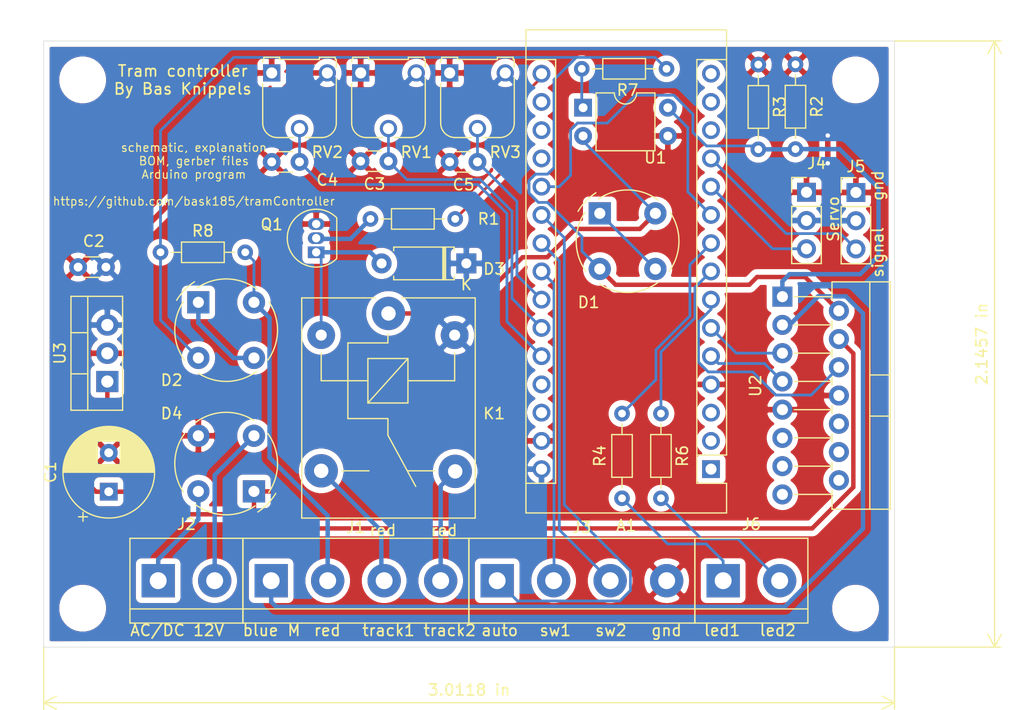
<source format=kicad_pcb>
(kicad_pcb (version 20171130) (host pcbnew "(5.1.6)-1")
  (layers (0 F.Cu signal) (31 B.Cu signal) (34 B.Paste user) (35 F.Paste user) (36 B.SilkS user) (37 F.SilkS user) (38 B.Mask user) (39 F.Mask user) (44 Edge.Cuts user))
  (net 0 "")
  (net 1 "Net-(A1-Pad16)")
  (net 2 "Net-(A1-Pad15)")
  (net 3 +5V)
  (net 4 "Net-(A1-Pad14)")
  (net 5 GND)
  (net 6 "Net-(A1-Pad13)")
  (net 7 "Net-(A1-Pad28)")
  (net 8 "Net-(A1-Pad27)")
  (net 9 /detector)
  (net 10 /status2)
  (net 11 /status1)
  (net 12 /sw2)
  (net 13 /sw1)
  (net 14 /IN2)
  (net 15 /auto_manual)
  (net 16 /IN1)
  (net 17 /currentSense)
  (net 18 /speed)
  (net 19 "Net-(A1-Pad3)")
  (net 20 "Net-(A1-Pad18)")
  (net 21 "Net-(A1-Pad2)")
  (net 22 "Net-(A1-Pad17)")
  (net 23 "Net-(A1-Pad1)")
  (net 24 VCC)
  (net 25 "Net-(D1-Pad1)")
  (net 26 "Net-(D1-Pad4)")
  (net 27 "Net-(D2-Pad1)")
  (net 28 "Net-(D2-Pad4)")
  (net 29 "Net-(D3-Pad2)")
  (net 30 /front)
  (net 31 /blue)
  (net 32 /rear)
  (net 33 "Net-(Q1-Pad2)")
  (net 34 "Net-(U2-Pad15)")
  (net 35 "Net-(U2-Pad14)")
  (net 36 "Net-(U2-Pad13)")
  (net 37 "Net-(U2-Pad12)")
  (net 38 "Net-(U2-Pad11)")
  (net 39 "Net-(U2-Pad10)")
  (net 40 /ac1)
  (net 41 /ac2)
  (net 42 "Net-(R7-Pad2)")
  (net 43 /servo1)
  (net 44 /servo2)
  (net 45 /runout2)
  (net 46 /runout1)
  (net 47 "Net-(A1-Pad19)")
  (net 48 /red)
  (net 49 /enable)
  (net 50 /led1)
  (net 51 /led2)
  (module MountingHole:MountingHole_3.2mm_M3 (layer F.Cu) (at 51.5 52)
    (fp_text reference REF**)
    (fp_text value MountingHole_3.2mm_M3)
    (pad 1 np_thru_hole circle (at 0 0) (size 3.2 3.2) (drill 3.2) (layers *.Cu *.Mask))
  )
  (module MountingHole:MountingHole_3.2mm_M3 (layer F.Cu) (at 121 52)
    (fp_text reference REF**)
    (fp_text value MountingHole_3.2mm_M3)
    (pad 1 np_thru_hole circle (at 0 0) (size 3.2 3.2) (drill 3.2) (layers *.Cu *.Mask))
  )
  (module MountingHole:MountingHole_3.2mm_M3 (layer F.Cu) (at 51.5 99.5)
    (fp_text reference REF**)
    (fp_text value MountingHole_3.2mm_M3)
    (pad 1 np_thru_hole circle (at 0 0) (size 3.2 3.2) (drill 3.2) (layers *.Cu *.Mask))
  )
  (module MountingHole:MountingHole_3.2mm_M3 (layer F.Cu) (at 121 99.5)
    (fp_text reference REF**)
    (fp_text value MountingHole_3.2mm_M3)
    (pad 1 np_thru_hole circle (at 0 0) (size 3.2 3.2) (drill 3.2) (layers *.Cu *.Mask))
  )
  (module Package_TO_SOT_THT:TO-220-3_Vertical (layer F.Cu) (at 53.721 79.121 90)
    (fp_text reference U3 (at 2.54 -4.27 90) (layer F.SilkS))
    (fp_text value L7805)
    (pad 3 thru_hole oval (at 5.08 0 90) (size 1.905 2) (drill 1.1) (layers *.Cu *.Mask) (net 3 +5V))
    (pad 2 thru_hole oval (at 2.54 0 90) (size 1.905 2) (drill 1.1) (layers *.Cu *.Mask) (net 5 GND))
    (pad 1 thru_hole rect (at 0 0 90) (size 1.905 2) (drill 1.1) (layers *.Cu *.Mask) (net 24 VCC))
  )
  (module Package_TO_SOT_THT:TO-220-15_P2.54x2.54mm_StaggerOdd_Lead4.58mm_Vertical (layer F.Cu) (at 114.42 71.49 270)
    (fp_text reference U2 (at 8.01 2.42 90) (layer F.SilkS))
    (fp_text value L298HN)
    (pad 15 thru_hole oval (at 17.78 0 270) (size 1.8 1.8) (drill 1) (layers *.Cu *.Mask) (net 34 "Net-(U2-Pad15)"))
    (pad 14 thru_hole oval (at 16.51 -5.08 270) (size 1.8 1.8) (drill 1) (layers *.Cu *.Mask) (net 35 "Net-(U2-Pad14)"))
    (pad 13 thru_hole oval (at 15.24 0 270) (size 1.8 1.8) (drill 1) (layers *.Cu *.Mask) (net 36 "Net-(U2-Pad13)"))
    (pad 12 thru_hole oval (at 13.97 -5.08 270) (size 1.8 1.8) (drill 1) (layers *.Cu *.Mask) (net 37 "Net-(U2-Pad12)"))
    (pad 11 thru_hole oval (at 12.7 0 270) (size 1.8 1.8) (drill 1) (layers *.Cu *.Mask) (net 38 "Net-(U2-Pad11)"))
    (pad 10 thru_hole oval (at 11.43 -5.08 270) (size 1.8 1.8) (drill 1) (layers *.Cu *.Mask) (net 39 "Net-(U2-Pad10)"))
    (pad 9 thru_hole oval (at 10.16 0 270) (size 1.8 1.8) (drill 1) (layers *.Cu *.Mask) (net 5 GND))
    (pad 8 thru_hole oval (at 8.89 -5.08 270) (size 1.8 1.8) (drill 1) (layers *.Cu *.Mask) (net 5 GND))
    (pad 7 thru_hole oval (at 7.62 0 270) (size 1.8 1.8) (drill 1) (layers *.Cu *.Mask) (net 14 /IN2))
    (pad 6 thru_hole oval (at 6.35 -5.08 270) (size 1.8 1.8) (drill 1) (layers *.Cu *.Mask) (net 49 /enable))
    (pad 5 thru_hole oval (at 5.08 0 270) (size 1.8 1.8) (drill 1) (layers *.Cu *.Mask) (net 16 /IN1))
    (pad 4 thru_hole oval (at 3.81 -5.08 270) (size 1.8 1.8) (drill 1) (layers *.Cu *.Mask) (net 24 VCC))
    (pad 3 thru_hole oval (at 2.54 0 270) (size 1.8 1.8) (drill 1) (layers *.Cu *.Mask) (net 31 /blue))
    (pad 2 thru_hole oval (at 1.27 -5.08 270) (size 1.8 1.8) (drill 1) (layers *.Cu *.Mask) (net 48 /red))
    (pad 1 thru_hole rect (at 0 0 270) (size 1.8 1.8) (drill 1) (layers *.Cu *.Mask) (net 17 /currentSense))
  )
  (module Package_DIP:DIP-4_W7.62mm (layer F.Cu) (at 96.5 54.5)
    (fp_text reference U1 (at 6.5 4.5) (layer F.SilkS))
    (fp_text value EL814)
    (pad 4 thru_hole oval (at 7.62 0) (size 1.6 1.6) (drill 0.8) (layers *.Cu *.Mask) (net 9 /detector))
    (pad 2 thru_hole oval (at 0 2.54) (size 1.6 1.6) (drill 0.8) (layers *.Cu *.Mask) (net 26 "Net-(D1-Pad4)"))
    (pad 3 thru_hole oval (at 7.62 2.54) (size 1.6 1.6) (drill 0.8) (layers *.Cu *.Mask) (net 5 GND))
    (pad 1 thru_hole rect (at 0 0) (size 1.6 1.6) (drill 0.8) (layers *.Cu *.Mask) (net 42 "Net-(R7-Pad2)"))
  )
  (module Potentiometer_THT:Potentiometer_Runtron_RM-065_Vertical (layer F.Cu) (at 84.501 51.373)
    (fp_text reference RV3 (at 4.999 7.127) (layer F.SilkS))
    (fp_text value R_POT)
    (pad 2 thru_hole circle (at 2.5 5) (size 1.55 1.55) (drill 1) (layers *.Cu *.Mask) (net 18 /speed))
    (pad 1 thru_hole rect (at 0 0) (size 1.55 1.55) (drill 1) (layers *.Cu *.Mask) (net 5 GND))
    (pad 3 thru_hole circle (at 5 0) (size 1.55 1.55) (drill 1) (layers *.Cu *.Mask) (net 3 +5V))
  )
  (module Potentiometer_THT:Potentiometer_Runtron_RM-065_Vertical (layer F.Cu) (at 68.5 51.373)
    (fp_text reference RV2 (at 5 7.127 180) (layer F.SilkS))
    (fp_text value R_POT)
    (pad 2 thru_hole circle (at 2.5 5) (size 1.55 1.55) (drill 1) (layers *.Cu *.Mask) (net 45 /runout2))
    (pad 1 thru_hole rect (at 0 0) (size 1.55 1.55) (drill 1) (layers *.Cu *.Mask) (net 5 GND))
    (pad 3 thru_hole circle (at 5 0) (size 1.55 1.55) (drill 1) (layers *.Cu *.Mask) (net 3 +5V))
  )
  (module Potentiometer_THT:Potentiometer_Runtron_RM-065_Vertical (layer F.Cu) (at 76.499 51.373)
    (fp_text reference RV1 (at 5.001 7.127) (layer F.SilkS))
    (fp_text value R_POT)
    (pad 2 thru_hole circle (at 2.5 5) (size 1.55 1.55) (drill 1) (layers *.Cu *.Mask) (net 46 /runout1))
    (pad 1 thru_hole rect (at 0 0) (size 1.55 1.55) (drill 1) (layers *.Cu *.Mask) (net 5 GND))
    (pad 3 thru_hole circle (at 5 0) (size 1.55 1.55) (drill 1) (layers *.Cu *.Mask) (net 3 +5V))
  )
  (module Resistor_THT:R_Axial_DIN0204_L3.6mm_D1.6mm_P7.62mm_Horizontal (layer F.Cu) (at 58.5 67.5)
    (fp_text reference R8 (at 3.81 -1.92) (layer F.SilkS))
    (fp_text value 4k7)
    (pad 2 thru_hole oval (at 7.62 0) (size 1.4 1.4) (drill 0.7) (layers *.Cu *.Mask) (net 28 "Net-(D2-Pad4)"))
    (pad 1 thru_hole circle (at 0 0) (size 1.4 1.4) (drill 0.7) (layers *.Cu *.Mask) (net 48 /red))
  )
  (module Resistor_THT:R_Axial_DIN0204_L3.6mm_D1.6mm_P7.62mm_Horizontal (layer F.Cu) (at 104 51 180)
    (fp_text reference R7 (at 3.5 -1.92) (layer F.SilkS))
    (fp_text value R)
    (pad 2 thru_hole oval (at 7.62 0 180) (size 1.4 1.4) (drill 0.7) (layers *.Cu *.Mask) (net 42 "Net-(R7-Pad2)"))
    (pad 1 thru_hole circle (at 0 0 180) (size 1.4 1.4) (drill 0.7) (layers *.Cu *.Mask) (net 48 /red))
  )
  (module Resistor_THT:R_Axial_DIN0204_L3.6mm_D1.6mm_P7.62mm_Horizontal (layer F.Cu) (at 103.5 82 270)
    (fp_text reference R6 (at 3.81 -1.92 90) (layer F.SilkS))
    (fp_text value 330R)
    (pad 2 thru_hole oval (at 7.62 0 270) (size 1.4 1.4) (drill 0.7) (layers *.Cu *.Mask) (net 50 /led1))
    (pad 1 thru_hole circle (at 0 0 270) (size 1.4 1.4) (drill 0.7) (layers *.Cu *.Mask) (net 10 /status2))
  )
  (module Resistor_THT:R_Axial_DIN0204_L3.6mm_D1.6mm_P7.62mm_Horizontal (layer F.Cu) (at 100 82 270)
    (fp_text reference R4 (at 3.81 2 90) (layer F.SilkS))
    (fp_text value 330R)
    (pad 2 thru_hole oval (at 7.62 0 270) (size 1.4 1.4) (drill 0.7) (layers *.Cu *.Mask) (net 51 /led2))
    (pad 1 thru_hole circle (at 0 0 270) (size 1.4 1.4) (drill 0.7) (layers *.Cu *.Mask) (net 11 /status1))
  )
  (module Resistor_THT:R_Axial_DIN0204_L3.6mm_D1.6mm_P7.62mm_Horizontal (layer F.Cu) (at 112.255 50.621 270)
    (fp_text reference R3 (at 3.81 -1.92 90) (layer F.SilkS))
    (fp_text value R)
    (pad 2 thru_hole oval (at 7.62 0 270) (size 1.4 1.4) (drill 0.7) (layers *.Cu *.Mask) (net 17 /currentSense))
    (pad 1 thru_hole circle (at 0 0 270) (size 1.4 1.4) (drill 0.7) (layers *.Cu *.Mask) (net 5 GND))
  )
  (module Resistor_THT:R_Axial_DIN0204_L3.6mm_D1.6mm_P7.62mm_Horizontal (layer F.Cu) (at 115.595 50.601 270)
    (fp_text reference R2 (at 3.81 -1.92 90) (layer F.SilkS))
    (fp_text value R)
    (pad 2 thru_hole oval (at 7.62 0 270) (size 1.4 1.4) (drill 0.7) (layers *.Cu *.Mask) (net 17 /currentSense))
    (pad 1 thru_hole circle (at 0 0 270) (size 1.4 1.4) (drill 0.7) (layers *.Cu *.Mask) (net 5 GND))
  )
  (module Resistor_THT:R_Axial_DIN0204_L3.6mm_D1.6mm_P7.62mm_Horizontal (layer F.Cu) (at 85 64.5 180)
    (fp_text reference R1 (at -3 0) (layer F.SilkS))
    (fp_text value R)
    (pad 2 thru_hole oval (at 7.62 0 180) (size 1.4 1.4) (drill 0.7) (layers *.Cu *.Mask) (net 33 "Net-(Q1-Pad2)"))
    (pad 1 thru_hole circle (at 0 0 180) (size 1.4 1.4) (drill 0.7) (layers *.Cu *.Mask) (net 1 "Net-(A1-Pad16)"))
  )
  (module Package_TO_SOT_THT:TO-92_Inline (layer F.Cu) (at 72.5 67.5 90)
    (fp_text reference Q1 (at 2.5 -4 180) (layer F.SilkS))
    (fp_text value BC547)
    (pad 1 thru_hole rect (at 0 0 90) (size 1.05 1.5) (drill 0.75) (layers *.Cu *.Mask) (net 29 "Net-(D3-Pad2)"))
    (pad 3 thru_hole oval (at 2.54 0 90) (size 1.05 1.5) (drill 0.75) (layers *.Cu *.Mask) (net 5 GND))
    (pad 2 thru_hole oval (at 1.27 0 90) (size 1.05 1.5) (drill 0.75) (layers *.Cu *.Mask) (net 33 "Net-(Q1-Pad2)"))
  )
  (module Relay_THT:Relay_SPDT_SANYOU_SRD_Series_Form_C (layer F.Cu) (at 79 73 270)
    (fp_text reference K1 (at 9 -9.5 180) (layer F.SilkS))
    (fp_text value SANYOU_SRD_Form_C)
    (pad 1 thru_hole circle (at 0 0) (size 3 3) (drill 1.3) (layers *.Cu *.Mask) (net 26 "Net-(D1-Pad4)"))
    (pad 5 thru_hole circle (at 1.95 -5.95) (size 2.5 2.5) (drill 1) (layers *.Cu *.Mask) (net 3 +5V))
    (pad 4 thru_hole circle (at 14.2 -6) (size 3 3) (drill 1.3) (layers *.Cu *.Mask) (net 30 /front))
    (pad 3 thru_hole circle (at 14.15 6.05) (size 3 3) (drill 1.3) (layers *.Cu *.Mask) (net 32 /rear))
    (pad 2 thru_hole circle (at 1.95 6.05) (size 2.5 2.5) (drill 1) (layers *.Cu *.Mask) (net 29 "Net-(D3-Pad2)"))
  )
  (module TerminalBlock:TerminalBlock_bornier-2_P5.08mm (layer F.Cu) (at 109.093 97.028)
    (fp_text reference J6 (at 2.54 -5.08) (layer F.SilkS))
    (fp_text value power)
    (pad 2 thru_hole circle (at 5.08 0) (size 3 3) (drill 1.52) (layers *.Cu *.Mask) (net 50 /led1))
    (pad 1 thru_hole rect (at 0 0) (size 3 3) (drill 1.52) (layers *.Cu *.Mask) (net 51 /led2))
  )
  (module Connector_PinHeader_2.54mm:PinHeader_1x03_P2.54mm_Vertical (layer F.Cu) (at 121.031 62.121)
    (fp_text reference J5 (at 0 -2.33) (layer F.SilkS))
    (fp_text value servo)
    (pad 3 thru_hole oval (at 0 5.08) (size 1.7 1.7) (drill 1) (layers *.Cu *.Mask) (net 43 /servo1))
    (pad 2 thru_hole oval (at 0 2.54) (size 1.7 1.7) (drill 1) (layers *.Cu *.Mask) (net 3 +5V))
    (pad 1 thru_hole rect (at 0 0) (size 1.7 1.7) (drill 1) (layers *.Cu *.Mask) (net 5 GND))
  )
  (module Connector_PinHeader_2.54mm:PinHeader_1x03_P2.54mm_Vertical (layer F.Cu) (at 116.586 62.103)
    (fp_text reference J4 (at 0.914 -2.603) (layer F.SilkS))
    (fp_text value servo)
    (pad 3 thru_hole oval (at 0 5.08) (size 1.7 1.7) (drill 1) (layers *.Cu *.Mask) (net 44 /servo2))
    (pad 2 thru_hole oval (at 0 2.54) (size 1.7 1.7) (drill 1) (layers *.Cu *.Mask) (net 3 +5V))
    (pad 1 thru_hole rect (at 0 0) (size 1.7 1.7) (drill 1) (layers *.Cu *.Mask) (net 5 GND))
  )
  (module TerminalBlock:TerminalBlock_bornier-4_P5.08mm (layer F.Cu) (at 88.773 97.028)
    (fp_text reference J3 (at 7.6 -4.8) (layer F.SilkS))
    (fp_text value Screw_Terminal_01x04)
    (pad 4 thru_hole circle (at 15.24 0) (size 3 3) (drill 1.52) (layers *.Cu *.Mask) (net 5 GND))
    (pad 1 thru_hole rect (at 0 0) (size 3 3) (drill 1.52) (layers *.Cu *.Mask) (net 15 /auto_manual))
    (pad 3 thru_hole circle (at 10.16 0) (size 3 3) (drill 1.52) (layers *.Cu *.Mask) (net 12 /sw2))
    (pad 2 thru_hole circle (at 5.08 0) (size 3 3) (drill 1.52) (layers *.Cu *.Mask) (net 13 /sw1))
  )
  (module TerminalBlock:TerminalBlock_bornier-2_P5.08mm (layer F.Cu) (at 58.293 97.028)
    (fp_text reference J2 (at 2.54 -5.08) (layer F.SilkS))
    (fp_text value power)
    (pad 2 thru_hole circle (at 5.08 0) (size 3 3) (drill 1.52) (layers *.Cu *.Mask) (net 40 /ac1))
    (pad 1 thru_hole rect (at 0 0) (size 3 3) (drill 1.52) (layers *.Cu *.Mask) (net 41 /ac2))
  )
  (module TerminalBlock:TerminalBlock_bornier-4_P5.08mm (layer F.Cu) (at 68.453 97.028)
    (fp_text reference J1 (at 7.6 -4.8) (layer F.SilkS))
    (fp_text value Screw_Terminal_01x04)
    (pad 4 thru_hole circle (at 15.24 0) (size 3 3) (drill 1.52) (layers *.Cu *.Mask) (net 30 /front))
    (pad 1 thru_hole rect (at 0 0) (size 3 3) (drill 1.52) (layers *.Cu *.Mask) (net 31 /blue))
    (pad 3 thru_hole circle (at 10.16 0) (size 3 3) (drill 1.52) (layers *.Cu *.Mask) (net 32 /rear))
    (pad 2 thru_hole circle (at 5.08 0) (size 3 3) (drill 1.52) (layers *.Cu *.Mask) (net 28 "Net-(D2-Pad4)"))
  )
  (module Diode_THT:Diode_Bridge_Round_D9.0mm (layer F.Cu) (at 66.905 89 180)
    (fp_text reference D4 (at 7.405 7) (layer F.SilkS))
    (fp_text value D_Bridge_+A-A)
    (pad 1 thru_hole rect (at 0 0 180) (size 2 2) (drill 1) (layers *.Cu *.Mask) (net 24 VCC))
    (pad 3 thru_hole oval (at 5 5 180) (size 2 2) (drill 1) (layers *.Cu *.Mask) (net 5 GND))
    (pad 2 thru_hole oval (at 0 5 180) (size 2 2) (drill 1) (layers *.Cu *.Mask) (net 40 /ac1))
    (pad 4 thru_hole oval (at 5 0 180) (size 2 2) (drill 1) (layers *.Cu *.Mask) (net 41 /ac2))
  )
  (module Diode_THT:D_A-405_P7.62mm_Horizontal (layer F.Cu) (at 86 68.5 180)
    (fp_text reference D3 (at -2.5 -0.5) (layer F.SilkS))
    (fp_text value D)
    (fp_text user K (at 0 -1.9) (layer F.SilkS))
    (pad 2 thru_hole oval (at 7.62 0 180) (size 1.8 1.8) (drill 0.9) (layers *.Cu *.Mask) (net 29 "Net-(D3-Pad2)"))
    (pad 1 thru_hole rect (at 0 0 180) (size 1.8 1.8) (drill 0.9) (layers *.Cu *.Mask) (net 3 +5V))
  )
  (module Diode_THT:Diode_Bridge_Round_D9.0mm (layer F.Cu) (at 61.905 72)
    (fp_text reference D2 (at -2.405 7) (layer F.SilkS))
    (fp_text value D_Bridge_+A-A)
    (pad 1 thru_hole rect (at 0 0) (size 2 2) (drill 1) (layers *.Cu *.Mask) (net 27 "Net-(D2-Pad1)"))
    (pad 3 thru_hole oval (at 5 5) (size 2 2) (drill 1) (layers *.Cu *.Mask) (net 27 "Net-(D2-Pad1)"))
    (pad 2 thru_hole oval (at 0 5) (size 2 2) (drill 1) (layers *.Cu *.Mask) (net 48 /red))
    (pad 4 thru_hole oval (at 5 0) (size 2 2) (drill 1) (layers *.Cu *.Mask) (net 28 "Net-(D2-Pad4)"))
  )
  (module Diode_THT:Diode_Bridge_Round_D9.0mm (layer F.Cu) (at 98 64)
    (fp_text reference D1 (at -1 8) (layer F.SilkS))
    (fp_text value d)
    (pad 1 thru_hole rect (at 0 0) (size 2 2) (drill 1) (layers *.Cu *.Mask) (net 25 "Net-(D1-Pad1)"))
    (pad 3 thru_hole oval (at 5 5) (size 2 2) (drill 1) (layers *.Cu *.Mask) (net 25 "Net-(D1-Pad1)"))
    (pad 2 thru_hole oval (at 0 5) (size 2 2) (drill 1) (layers *.Cu *.Mask) (net 48 /red))
    (pad 4 thru_hole oval (at 5 0) (size 2 2) (drill 1) (layers *.Cu *.Mask) (net 26 "Net-(D1-Pad4)"))
  )
  (module Capacitor_THT:C_Disc_D3.0mm_W1.6mm_P2.50mm (layer F.Cu) (at 87.001 59.373 180)
    (fp_text reference C5 (at 1.25 -2.05) (layer F.SilkS))
    (fp_text value C)
    (pad 2 thru_hole circle (at 2.5 0 180) (size 1.6 1.6) (drill 0.8) (layers *.Cu *.Mask) (net 5 GND))
    (pad 1 thru_hole circle (at 0 0 180) (size 1.6 1.6) (drill 0.8) (layers *.Cu *.Mask) (net 18 /speed))
  )
  (module Capacitor_THT:C_Disc_D3.0mm_W1.6mm_P2.50mm (layer F.Cu) (at 71 59.373 180)
    (fp_text reference C4 (at -2.5 -1.627) (layer F.SilkS))
    (fp_text value C)
    (pad 2 thru_hole circle (at 2.5 0 180) (size 1.6 1.6) (drill 0.8) (layers *.Cu *.Mask) (net 5 GND))
    (pad 1 thru_hole circle (at 0 0 180) (size 1.6 1.6) (drill 0.8) (layers *.Cu *.Mask) (net 45 /runout2))
  )
  (module Capacitor_THT:C_Disc_D3.0mm_W1.6mm_P2.50mm (layer F.Cu) (at 78.994 59.309 180)
    (fp_text reference C3 (at 1.25 -2.05) (layer F.SilkS))
    (fp_text value C)
    (pad 2 thru_hole circle (at 2.5 0 180) (size 1.6 1.6) (drill 0.8) (layers *.Cu *.Mask) (net 5 GND))
    (pad 1 thru_hole circle (at 0 0 180) (size 1.6 1.6) (drill 0.8) (layers *.Cu *.Mask) (net 46 /runout1))
  )
  (module Capacitor_THT:C_Disc_D3.0mm_W1.6mm_P2.50mm (layer F.Cu) (at 53.594 68.834 180)
    (fp_text reference C2 (at 1.094 2.334) (layer F.SilkS))
    (fp_text value C)
    (pad 2 thru_hole circle (at 2.5 0 180) (size 1.6 1.6) (drill 0.8) (layers *.Cu *.Mask) (net 5 GND))
    (pad 1 thru_hole circle (at 0 0 180) (size 1.6 1.6) (drill 0.8) (layers *.Cu *.Mask) (net 3 +5V))
  )
  (module Capacitor_THT:CP_Radial_D8.0mm_P3.50mm (layer F.Cu) (at 53.848 89.027 90)
    (fp_text reference C1 (at 1.75 -5.25 90) (layer F.SilkS))
    (fp_text value CP)
    (pad 2 thru_hole circle (at 3.5 0 90) (size 1.6 1.6) (drill 0.8) (layers *.Cu *.Mask) (net 5 GND))
    (pad 1 thru_hole rect (at 0 0 90) (size 1.6 1.6) (drill 0.8) (layers *.Cu *.Mask) (net 24 VCC))
  )
  (module Module:Arduino_Nano (layer F.Cu) (at 108 87 180)
    (fp_text reference A1 (at 7.62 -5.08) (layer F.SilkS))
    (fp_text value Arduino_Nano_v3.x)
    (pad 16 thru_hole oval (at 15.24 35.56 180) (size 1.6 1.6) (drill 1) (layers *.Cu *.Mask) (net 1 "Net-(A1-Pad16)"))
    (pad 15 thru_hole oval (at 0 35.56 180) (size 1.6 1.6) (drill 1) (layers *.Cu *.Mask) (net 2 "Net-(A1-Pad15)"))
    (pad 30 thru_hole oval (at 15.24 0 180) (size 1.6 1.6) (drill 1) (layers *.Cu *.Mask) (net 3 +5V))
    (pad 14 thru_hole oval (at 0 33.02 180) (size 1.6 1.6) (drill 1) (layers *.Cu *.Mask) (net 4 "Net-(A1-Pad14)"))
    (pad 29 thru_hole oval (at 15.24 2.54 180) (size 1.6 1.6) (drill 1) (layers *.Cu *.Mask) (net 5 GND))
    (pad 13 thru_hole oval (at 0 30.48 180) (size 1.6 1.6) (drill 1) (layers *.Cu *.Mask) (net 6 "Net-(A1-Pad13)"))
    (pad 28 thru_hole oval (at 15.24 5.08 180) (size 1.6 1.6) (drill 1) (layers *.Cu *.Mask) (net 7 "Net-(A1-Pad28)"))
    (pad 12 thru_hole oval (at 0 27.94 180) (size 1.6 1.6) (drill 1) (layers *.Cu *.Mask) (net 43 /servo1))
    (pad 27 thru_hole oval (at 15.24 7.62 180) (size 1.6 1.6) (drill 1) (layers *.Cu *.Mask) (net 8 "Net-(A1-Pad27)"))
    (pad 11 thru_hole oval (at 0 25.4 180) (size 1.6 1.6) (drill 1) (layers *.Cu *.Mask) (net 44 /servo2))
    (pad 26 thru_hole oval (at 15.24 10.16 180) (size 1.6 1.6) (drill 1) (layers *.Cu *.Mask) (net 45 /runout2))
    (pad 10 thru_hole oval (at 0 22.86 180) (size 1.6 1.6) (drill 1) (layers *.Cu *.Mask) (net 9 /detector))
    (pad 25 thru_hole oval (at 15.24 12.7 180) (size 1.6 1.6) (drill 1) (layers *.Cu *.Mask) (net 46 /runout1))
    (pad 9 thru_hole oval (at 0 20.32 180) (size 1.6 1.6) (drill 1) (layers *.Cu *.Mask) (net 11 /status1))
    (pad 24 thru_hole oval (at 15.24 15.24 180) (size 1.6 1.6) (drill 1) (layers *.Cu *.Mask) (net 18 /speed))
    (pad 8 thru_hole oval (at 0 17.78 180) (size 1.6 1.6) (drill 1) (layers *.Cu *.Mask) (net 10 /status2))
    (pad 23 thru_hole oval (at 15.24 17.78 180) (size 1.6 1.6) (drill 1) (layers *.Cu *.Mask) (net 13 /sw1))
    (pad 7 thru_hole oval (at 0 15.24 180) (size 1.6 1.6) (drill 1) (layers *.Cu *.Mask) (net 49 /enable))
    (pad 22 thru_hole oval (at 15.24 20.32 180) (size 1.6 1.6) (drill 1) (layers *.Cu *.Mask) (net 12 /sw2))
    (pad 6 thru_hole oval (at 0 12.7 180) (size 1.6 1.6) (drill 1) (layers *.Cu *.Mask) (net 16 /IN1))
    (pad 21 thru_hole oval (at 15.24 22.86 180) (size 1.6 1.6) (drill 1) (layers *.Cu *.Mask) (net 15 /auto_manual))
    (pad 5 thru_hole oval (at 0 10.16 180) (size 1.6 1.6) (drill 1) (layers *.Cu *.Mask) (net 14 /IN2))
    (pad 20 thru_hole oval (at 15.24 25.4 180) (size 1.6 1.6) (drill 1) (layers *.Cu *.Mask) (net 17 /currentSense))
    (pad 4 thru_hole oval (at 0 7.62 180) (size 1.6 1.6) (drill 1) (layers *.Cu *.Mask) (net 5 GND))
    (pad 19 thru_hole oval (at 15.24 27.94 180) (size 1.6 1.6) (drill 1) (layers *.Cu *.Mask) (net 47 "Net-(A1-Pad19)"))
    (pad 3 thru_hole oval (at 0 5.08 180) (size 1.6 1.6) (drill 1) (layers *.Cu *.Mask) (net 19 "Net-(A1-Pad3)"))
    (pad 18 thru_hole oval (at 15.24 30.48 180) (size 1.6 1.6) (drill 1) (layers *.Cu *.Mask) (net 20 "Net-(A1-Pad18)"))
    (pad 2 thru_hole oval (at 0 2.54 180) (size 1.6 1.6) (drill 1) (layers *.Cu *.Mask) (net 21 "Net-(A1-Pad2)"))
    (pad 17 thru_hole oval (at 15.24 33.02 180) (size 1.6 1.6) (drill 1) (layers *.Cu *.Mask) (net 22 "Net-(A1-Pad17)"))
    (pad 1 thru_hole rect (at 0 0 180) (size 1.6 1.6) (drill 1) (layers *.Cu *.Mask) (net 23 "Net-(A1-Pad1)"))
  )
  (gr_text "Tram controller\nBy Bas Knippels" (at 60.5 52) (layer F.SilkS) (effects (font (size 1 1))))
  (gr_text "schematic, explanation\nBOM, gerber files\nArduino program\n\nhttps://github.com/bask185/tramController" (at 61.5 60.5) (layer F.SilkS) (effects (font (size 0.75 0.75) (thickness 0.1))))
  (gr_text red (at 84 92.5) (layer F.SilkS) (effects (font (size 1 1))))
  (gr_text red (at 78.5 92.5) (layer F.SilkS) (effects (font (size 1 1))))
  (dimension 54.5 (width 0.12) (layer F.SilkS) (gr_text "54.500 mm" (at 134.77 75.75 90) (layer F.SilkS) (effects (font (size 1 1) (thickness 0.15)))) (feature1 (pts (xy 124.5 48.5) (xy 134.086421 48.5))) (feature2 (pts (xy 124.5 103) (xy 134.086421 103))) (crossbar (pts (xy 133.5 103) (xy 133.5 48.5))) (arrow1a (pts (xy 133.5 48.5) (xy 134.086421 49.626504))) (arrow1b (pts (xy 133.5 48.5) (xy 132.913579 49.626504))) (arrow2a (pts (xy 133.5 103) (xy 134.086421 101.873496))) (arrow2b (pts (xy 133.5 103) (xy 132.913579 101.873496))))
  (dimension 76.5 (width 0.12) (layer F.SilkS) (gr_text "76.500 mm" (at 86.25 109.269999) (layer F.SilkS) (effects (font (size 1 1) (thickness 0.15)))) (feature1 (pts (xy 124.5 103) (xy 124.5 108.58642))) (feature2 (pts (xy 48 103) (xy 48 108.58642))) (crossbar (pts (xy 48 107.999999) (xy 124.5 107.999999))) (arrow1a (pts (xy 124.5 107.999999) (xy 123.373496 108.58642))) (arrow1b (pts (xy 124.5 107.999999) (xy 123.373496 107.413578))) (arrow2a (pts (xy 48 107.999999) (xy 49.126504 108.58642))) (arrow2b (pts (xy 48 107.999999) (xy 49.126504 107.413578))))
  (gr_text signal (at 123 67.5 90) (layer F.SilkS) (effects (font (size 1 1))))
  (gr_text gnd (at 123 61.5 90) (layer F.SilkS) (effects (font (size 1 1))))
  (gr_text Servo (at 119 64.5 90) (layer F.SilkS) (effects (font (size 1 1))))
  (gr_text track2 (at 84.5 101.5) (layer F.SilkS) (effects (font (size 1 1))))
  (gr_text track1 (at 79 101.5) (layer F.SilkS) (effects (font (size 1 1))))
  (gr_text M (at 70.5 101.5) (layer F.SilkS) (effects (font (size 1 1))))
  (gr_text red (at 73.5 101.5) (layer F.SilkS) (effects (font (size 1 1))))
  (gr_text blue (at 67.5 101.5) (layer F.SilkS) (effects (font (size 1 1))))
  (gr_text "AC/DC 12V" (at 60 101.5) (layer F.SilkS) (effects (font (size 1 1))))
  (gr_text sw2 (at 99 101.5) (layer F.SilkS) (effects (font (size 1 1))))
  (gr_text auto (at 89 101.5) (layer F.SilkS) (effects (font (size 1 1))))
  (gr_text sw1 (at 94 101.5) (layer F.SilkS) (effects (font (size 1 1))))
  (gr_text gnd (at 104 101.5) (layer F.SilkS) (effects (font (size 1 1))))
  (gr_text led2 (at 114 101.5) (layer F.SilkS) (effects (font (size 1 1))))
  (gr_text led1 (at 109 101.5) (layer F.SilkS) (effects (font (size 1 1))))
  (gr_line (start 124.5 48.5) (end 124.5 103) (layer Edge.Cuts) (width 0.05))
  (gr_line (start 48 48.5) (end 124.5 48.5) (layer Edge.Cuts) (width 0.05))
  (gr_line (start 48 103) (end 48 48.5) (layer Edge.Cuts) (width 0.05))
  (gr_line (start 124.5 103) (end 48 103) (layer Edge.Cuts) (width 0.05))
  (via (at 118.5 57) (size 0.8) (drill 0.4) (layers F.Cu B.Cu) (net 3))
  (segment (start 85 64.5) (end 89.048 60.452) (width 0.25) (layer F.Cu) (net 1))
  (segment (start 89.048 60.452) (end 89.048 55.478) (width 0.25) (layer F.Cu) (net 1))
  (segment (start 92.76 51.766) (end 92.76 51.44) (width 0.25) (layer F.Cu) (net 1))
  (segment (start 89.048 55.478) (end 92.76 51.766) (width 0.25) (layer F.Cu) (net 1))
  (via (at 118.5 59.5) (size 0.8) (drill 0.4) (layers F.Cu B.Cu) (net 3))
  (segment (start 118.5 59.5) (end 118.5 57) (width 0.5) (layer F.Cu) (net 3))
  (segment (start 71.055 51.373) (end 73.5 51.373) (width 0.5) (layer F.Cu) (net 3))
  (segment (start 53.594 68.834) (end 71.055 51.373) (width 0.5) (layer F.Cu) (net 3))
  (segment (start 108 64.14) (end 105.918 62.058) (width 0.25) (layer B.Cu) (net 9))
  (segment (start 105.918 56.298) (end 104.12 54.5) (width 0.25) (layer B.Cu) (net 9))
  (segment (start 105.918 62.058) (end 105.918 56.298) (width 0.25) (layer B.Cu) (net 9))
  (segment (start 103.5 82) (end 103.5 76.459) (width 0.25) (layer B.Cu) (net 10))
  (segment (start 103.5 76.459) (end 106.553 73.406) (width 0.25) (layer B.Cu) (net 10))
  (segment (start 106.553 70.667) (end 108 69.22) (width 0.25) (layer B.Cu) (net 10))
  (segment (start 106.553 73.406) (end 106.553 70.667) (width 0.25) (layer B.Cu) (net 10))
  (segment (start 108 66.68) (end 108 66.725) (width 0.25) (layer B.Cu) (net 11))
  (segment (start 108 66.725) (end 106.10299 68.62201) (width 0.25) (layer B.Cu) (net 11))
  (segment (start 106.10299 73.2196) (end 103.04999 76.2726) (width 0.25) (layer B.Cu) (net 11))
  (segment (start 106.10299 68.62201) (end 106.10299 73.2196) (width 0.25) (layer B.Cu) (net 11))
  (segment (start 103.04999 78.95001) (end 100 82) (width 0.25) (layer B.Cu) (net 11))
  (segment (start 103.04999 76.2726) (end 103.04999 78.95001) (width 0.25) (layer B.Cu) (net 11))
  (segment (start 92.76 66.68) (end 94.361 68.281) (width 0.25) (layer B.Cu) (net 12))
  (segment (start 94.361 92.456) (end 98.933 97.028) (width 0.25) (layer B.Cu) (net 12))
  (segment (start 94.361 68.281) (end 94.361 92.456) (width 0.25) (layer B.Cu) (net 12))
  (segment (start 93.885001 70.345001) (end 92.76 69.22) (width 0.25) (layer B.Cu) (net 13))
  (segment (start 93.885001 96.995999) (end 93.885001 70.345001) (width 0.25) (layer B.Cu) (net 13))
  (segment (start 93.853 97.028) (end 93.885001 96.995999) (width 0.25) (layer B.Cu) (net 13))
  (segment (start 108 76.84) (end 108.66 77.5) (width 0.25) (layer B.Cu) (net 14))
  (segment (start 112.81 77.5) (end 114.42 79.11) (width 0.25) (layer B.Cu) (net 14))
  (segment (start 108.66 77.5) (end 112.81 77.5) (width 0.25) (layer B.Cu) (net 14))
  (segment (start 100.758001 96.151999) (end 94.81101 90.205008) (width 0.25) (layer B.Cu) (net 15))
  (segment (start 99.809001 98.853001) (end 100.758001 97.904001) (width 0.25) (layer B.Cu) (net 15))
  (segment (start 88.773 97.028) (end 90.598001 98.853001) (width 0.25) (layer B.Cu) (net 15))
  (segment (start 100.758001 97.904001) (end 100.758001 96.151999) (width 0.25) (layer B.Cu) (net 15))
  (segment (start 90.598001 98.853001) (end 99.809001 98.853001) (width 0.25) (layer B.Cu) (net 15))
  (segment (start 94.81101 66.19101) (end 92.76 64.14) (width 0.25) (layer B.Cu) (net 15))
  (segment (start 94.81101 90.205008) (end 94.81101 66.19101) (width 0.25) (layer B.Cu) (net 15))
  (segment (start 110.27 76.57) (end 108 74.3) (width 0.25) (layer B.Cu) (net 16))
  (segment (start 114.42 76.57) (end 110.27 76.57) (width 0.25) (layer B.Cu) (net 16))
  (segment (start 111.948999 57.934999) (end 107.591999 57.934999) (width 0.25) (layer B.Cu) (net 17))
  (segment (start 104.660001 53.374999) (end 101.184001 53.374999) (width 0.25) (layer B.Cu) (net 17))
  (segment (start 107.591999 57.934999) (end 106.36801 56.71101) (width 0.25) (layer B.Cu) (net 17))
  (segment (start 112.255 58.241) (end 111.948999 57.934999) (width 0.25) (layer B.Cu) (net 17))
  (segment (start 106.36801 56.71101) (end 106.36801 55.083008) (width 0.25) (layer B.Cu) (net 17))
  (segment (start 106.36801 55.083008) (end 104.660001 53.374999) (width 0.25) (layer B.Cu) (net 17))
  (segment (start 101.184001 53.374999) (end 98.679 55.88) (width 0.25) (layer B.Cu) (net 17))
  (segment (start 95.374999 56.499999) (end 95.374999 60.576999) (width 0.25) (layer B.Cu) (net 17))
  (segment (start 98.679 55.88) (end 95.994998 55.88) (width 0.25) (layer B.Cu) (net 17))
  (segment (start 95.994998 55.88) (end 95.374999 56.499999) (width 0.25) (layer B.Cu) (net 17))
  (segment (start 94.351998 61.6) (end 92.76 61.6) (width 0.25) (layer B.Cu) (net 17))
  (segment (start 95.374999 60.576999) (end 94.351998 61.6) (width 0.25) (layer B.Cu) (net 17))
  (segment (start 115.575 58.241) (end 115.595 58.221) (width 0.4) (layer B.Cu) (net 17))
  (segment (start 112.255 58.241) (end 115.575 58.241) (width 0.4) (layer B.Cu) (net 17))
  (segment (start 119.551002 58.221) (end 123.063 61.732998) (width 0.4) (layer B.Cu) (net 17))
  (segment (start 115.595 58.221) (end 119.551002 58.221) (width 0.4) (layer B.Cu) (net 17))
  (segment (start 123.063 61.732998) (end 123.063 67.818) (width 0.4) (layer B.Cu) (net 17))
  (segment (start 123.063 67.818) (end 121.412 69.469) (width 0.4) (layer B.Cu) (net 17))
  (segment (start 121.412 69.469) (end 115.062 69.469) (width 0.4) (layer B.Cu) (net 17))
  (segment (start 114.42 70.111) (end 114.42 71.49) (width 0.4) (layer B.Cu) (net 17))
  (segment (start 115.062 69.469) (end 114.42 70.111) (width 0.4) (layer B.Cu) (net 17))
  (segment (start 87.001 59.373) (end 87.001 56.373) (width 0.25) (layer B.Cu) (net 18))
  (segment (start 87.001 59.373) (end 90.551 62.923) (width 0.25) (layer B.Cu) (net 18))
  (segment (start 90.551 69.551) (end 92.76 71.76) (width 0.25) (layer B.Cu) (net 18))
  (segment (start 90.551 62.923) (end 90.551 69.551) (width 0.25) (layer B.Cu) (net 18))
  (segment (start 66.905 89) (end 66.905 90.448) (width 0.4) (layer F.Cu) (net 24))
  (segment (start 66.905 90.448) (end 66.294 91.059) (width 0.4) (layer F.Cu) (net 24))
  (segment (start 66.294 91.059) (end 57.277 91.059) (width 0.4) (layer F.Cu) (net 24))
  (segment (start 55.245 89.027) (end 53.848 89.027) (width 0.4) (layer F.Cu) (net 24))
  (segment (start 57.277 91.059) (end 55.245 89.027) (width 0.4) (layer F.Cu) (net 24))
  (segment (start 53.848 89.027) (end 52.705 89.027) (width 0.4) (layer F.Cu) (net 24))
  (segment (start 52.705 89.027) (end 51.689 88.011) (width 0.4) (layer F.Cu) (net 24))
  (segment (start 51.689 88.011) (end 51.689 83.185) (width 0.4) (layer F.Cu) (net 24))
  (segment (start 53.721 81.153) (end 53.721 79.121) (width 0.4) (layer F.Cu) (net 24))
  (segment (start 51.689 83.185) (end 53.721 81.153) (width 0.4) (layer F.Cu) (net 24))
  (segment (start 120.800001 88.624001) (end 117.095002 92.329) (width 0.4) (layer F.Cu) (net 24))
  (segment (start 119.5 75.3) (end 120.800001 76.600001) (width 0.4) (layer F.Cu) (net 24))
  (segment (start 120.800001 76.600001) (end 120.800001 88.624001) (width 0.4) (layer F.Cu) (net 24))
  (segment (start 117.095002 92.329) (end 72.263 92.329) (width 0.4) (layer F.Cu) (net 24))
  (segment (start 68.934 89) (end 66.905 89) (width 0.4) (layer F.Cu) (net 24))
  (segment (start 72.263 92.329) (end 68.934 89) (width 0.4) (layer F.Cu) (net 24))
  (segment (start 98 64) (end 103 69) (width 0.25) (layer B.Cu) (net 25))
  (segment (start 96.5 57.5) (end 96.5 57.04) (width 0.25) (layer B.Cu) (net 26))
  (segment (start 103 64) (end 96.5 57.5) (width 0.25) (layer B.Cu) (net 26))
  (segment (start 95.816001 65.400001) (end 93.271002 67.945) (width 0.4) (layer F.Cu) (net 26))
  (segment (start 103 64) (end 101.599999 65.400001) (width 0.4) (layer F.Cu) (net 26))
  (segment (start 101.599999 65.400001) (end 95.816001 65.400001) (width 0.4) (layer F.Cu) (net 26))
  (segment (start 93.271002 67.945) (end 91.059 67.945) (width 0.4) (layer F.Cu) (net 26))
  (segment (start 86.004 73) (end 79 73) (width 0.4) (layer F.Cu) (net 26))
  (segment (start 91.059 67.945) (end 86.004 73) (width 0.4) (layer F.Cu) (net 26))
  (segment (start 61.905 72) (end 61.905 73.843) (width 0.4) (layer B.Cu) (net 27))
  (segment (start 65.062 77) (end 66.905 77) (width 0.4) (layer B.Cu) (net 27))
  (segment (start 61.905 73.843) (end 65.062 77) (width 0.4) (layer B.Cu) (net 27))
  (segment (start 68.305001 73.400001) (end 68.305001 85.958001) (width 0.4) (layer B.Cu) (net 28))
  (segment (start 66.905 72) (end 68.305001 73.400001) (width 0.4) (layer B.Cu) (net 28))
  (segment (start 73.533 91.186) (end 73.533 97.028) (width 0.4) (layer B.Cu) (net 28))
  (segment (start 68.305001 85.958001) (end 73.533 91.186) (width 0.4) (layer B.Cu) (net 28))
  (segment (start 66.905 68.285) (end 66.12 67.5) (width 0.25) (layer B.Cu) (net 28))
  (segment (start 66.905 72) (end 66.905 68.285) (width 0.25) (layer B.Cu) (net 28))
  (segment (start 72.95 67.95) (end 72.5 67.5) (width 0.25) (layer B.Cu) (net 29))
  (segment (start 72.95 74.95) (end 72.95 67.95) (width 0.25) (layer B.Cu) (net 29))
  (segment (start 77.38 67.5) (end 78.38 68.5) (width 0.4) (layer B.Cu) (net 29))
  (segment (start 72.5 67.5) (end 77.38 67.5) (width 0.4) (layer B.Cu) (net 29))
  (segment (start 83.693 88.507) (end 85 87.2) (width 0.4) (layer B.Cu) (net 30))
  (segment (start 83.693 97.028) (end 83.693 88.507) (width 0.4) (layer B.Cu) (net 30))
  (segment (start 114.634991 99.378011) (end 121.666 92.347002) (width 0.4) (layer B.Cu) (net 31))
  (segment (start 68.903011 99.378011) (end 114.634991 99.378011) (width 0.4) (layer B.Cu) (net 31))
  (segment (start 68.453 97.028) (end 68.453 98.928) (width 0.4) (layer B.Cu) (net 31))
  (segment (start 68.453 98.928) (end 68.903011 99.378011) (width 0.4) (layer B.Cu) (net 31))
  (segment (start 121.666 92.347002) (end 121.666 73.001998) (width 0.4) (layer B.Cu) (net 31))
  (segment (start 120.124001 71.459999) (end 117.643001 71.459999) (width 0.4) (layer B.Cu) (net 31))
  (segment (start 121.666 73.001998) (end 120.124001 71.459999) (width 0.4) (layer B.Cu) (net 31))
  (segment (start 115.073 74.03) (end 114.42 74.03) (width 0.4) (layer B.Cu) (net 31))
  (segment (start 117.643001 71.459999) (end 115.073 74.03) (width 0.4) (layer B.Cu) (net 31))
  (segment (start 72.95 87.15) (end 78.359 92.559) (width 0.4) (layer B.Cu) (net 32))
  (segment (start 78.359 96.774) (end 78.613 97.028) (width 0.4) (layer B.Cu) (net 32))
  (segment (start 78.359 92.559) (end 78.359 96.774) (width 0.4) (layer B.Cu) (net 32))
  (segment (start 77.38 64.5) (end 75.586 66.294) (width 0.4) (layer B.Cu) (net 33))
  (segment (start 72.564 66.294) (end 72.5 66.23) (width 0.4) (layer B.Cu) (net 33))
  (segment (start 75.586 66.294) (end 72.564 66.294) (width 0.4) (layer B.Cu) (net 33))
  (segment (start 63.373 87.532) (end 66.905 84) (width 0.4) (layer B.Cu) (net 40))
  (segment (start 63.373 97.028) (end 63.373 87.532) (width 0.4) (layer B.Cu) (net 40))
  (segment (start 58.293 97.028) (end 58.293 95.123) (width 0.4) (layer B.Cu) (net 41))
  (segment (start 61.905 91.511) (end 61.905 89) (width 0.4) (layer B.Cu) (net 41))
  (segment (start 58.293 95.123) (end 61.905 91.511) (width 0.4) (layer B.Cu) (net 41))
  (segment (start 96.38 54.38) (end 96.5 54.5) (width 0.25) (layer B.Cu) (net 42))
  (segment (start 96.38 51) (end 96.38 54.38) (width 0.25) (layer B.Cu) (net 42))
  (segment (start 114.758001 65.818001) (end 119.648001 65.818001) (width 0.25) (layer B.Cu) (net 43))
  (segment (start 119.648001 65.818001) (end 121.031 67.201) (width 0.25) (layer B.Cu) (net 43))
  (segment (start 108 59.06) (end 114.758001 65.818001) (width 0.25) (layer B.Cu) (net 43))
  (segment (start 116.586 67.183) (end 113.538 67.183) (width 0.25) (layer B.Cu) (net 44))
  (segment (start 113.538 67.183) (end 110.236 63.881) (width 0.25) (layer B.Cu) (net 44))
  (segment (start 110.236 63.836) (end 108 61.6) (width 0.25) (layer B.Cu) (net 44))
  (segment (start 110.236 63.881) (end 110.236 63.836) (width 0.25) (layer B.Cu) (net 44))
  (segment (start 71 59.373) (end 71 56.373) (width 0.25) (layer B.Cu) (net 45))
  (segment (start 71 59.373) (end 73.03701 61.41001) (width 0.25) (layer B.Cu) (net 45))
  (segment (start 73.03701 61.41001) (end 87.0626 61.41001) (width 0.25) (layer B.Cu) (net 45))
  (segment (start 87.0626 61.41001) (end 89.65098 63.99839) (width 0.25) (layer B.Cu) (net 45))
  (segment (start 89.65098 73.73098) (end 92.76 76.84) (width 0.25) (layer B.Cu) (net 45))
  (segment (start 89.65098 63.99839) (end 89.65098 73.73098) (width 0.25) (layer B.Cu) (net 45))
  (segment (start 78.999 56.373) (end 78.999 59.304) (width 0.25) (layer B.Cu) (net 46))
  (segment (start 92.76 74.3) (end 90.10099 71.64099) (width 0.25) (layer B.Cu) (net 46))
  (segment (start 90.10099 71.64099) (end 90.10099 63.81199) (width 0.25) (layer B.Cu) (net 46))
  (segment (start 90.10099 63.81199) (end 87.249 60.96) (width 0.25) (layer B.Cu) (net 46))
  (segment (start 80.645 60.96) (end 78.994 59.309) (width 0.25) (layer B.Cu) (net 46))
  (segment (start 87.249 60.96) (end 80.645 60.96) (width 0.25) (layer B.Cu) (net 46))
  (segment (start 93.300001 60.474999) (end 92.219999 60.474999) (width 0.25) (layer B.Cu) (net 48))
  (segment (start 93.300001 63.014999) (end 96.393 66.107998) (width 0.25) (layer B.Cu) (net 48))
  (segment (start 92.478999 63.014999) (end 93.300001 63.014999) (width 0.25) (layer B.Cu) (net 48))
  (segment (start 102.974999 49.974999) (end 95.887999 49.974999) (width 0.25) (layer B.Cu) (net 48))
  (segment (start 91.634999 61.059999) (end 91.634999 62.170999) (width 0.25) (layer B.Cu) (net 48))
  (segment (start 104 51) (end 102.974999 49.974999) (width 0.25) (layer B.Cu) (net 48))
  (segment (start 93.885001 59.889999) (end 93.300001 60.474999) (width 0.25) (layer B.Cu) (net 48))
  (segment (start 91.634999 62.170999) (end 92.478999 63.014999) (width 0.25) (layer B.Cu) (net 48))
  (segment (start 95.887999 49.974999) (end 93.885001 51.977997) (width 0.25) (layer B.Cu) (net 48))
  (segment (start 92.219999 60.474999) (end 91.634999 61.059999) (width 0.25) (layer B.Cu) (net 48))
  (segment (start 93.885001 51.977997) (end 93.885001 59.889999) (width 0.25) (layer B.Cu) (net 48))
  (segment (start 96.393 67.393) (end 98 69) (width 0.25) (layer B.Cu) (net 48))
  (segment (start 96.393 66.107998) (end 96.393 67.393) (width 0.25) (layer B.Cu) (net 48))
  (segment (start 58.5 73.595) (end 58.5 67.5) (width 0.25) (layer B.Cu) (net 48))
  (segment (start 61.905 77) (end 58.5 73.595) (width 0.25) (layer B.Cu) (net 48))
  (segment (start 95.887999 49.974999) (end 65.087001 49.974999) (width 0.25) (layer B.Cu) (net 48))
  (segment (start 58.5 56.562) (end 58.5 67.5) (width 0.25) (layer B.Cu) (net 48))
  (segment (start 65.087001 49.974999) (end 58.5 56.562) (width 0.25) (layer B.Cu) (net 48))
  (segment (start 99.420001 70.420001) (end 111.443999 70.420001) (width 0.4) (layer F.Cu) (net 48))
  (segment (start 98 69) (end 99.420001 70.420001) (width 0.4) (layer F.Cu) (net 48))
  (segment (start 111.443999 70.420001) (end 112.141 69.723) (width 0.4) (layer F.Cu) (net 48))
  (segment (start 116.463 69.723) (end 119.5 72.76) (width 0.4) (layer F.Cu) (net 48))
  (segment (start 112.141 69.723) (end 116.463 69.723) (width 0.4) (layer F.Cu) (net 48))
  (segment (start 117.004999 80.335001) (end 119.5 77.84) (width 0.25) (layer B.Cu) (net 49))
  (segment (start 113.831999 80.335001) (end 117.004999 80.335001) (width 0.25) (layer B.Cu) (net 49))
  (segment (start 111.751997 78.254999) (end 113.831999 80.335001) (width 0.25) (layer B.Cu) (net 49))
  (segment (start 107.749997 78.254999) (end 111.751997 78.254999) (width 0.25) (layer B.Cu) (net 49))
  (segment (start 106.874999 77.380001) (end 107.749997 78.254999) (width 0.25) (layer B.Cu) (net 49))
  (segment (start 106.874999 73.759999) (end 106.874999 77.380001) (width 0.25) (layer B.Cu) (net 49))
  (segment (start 108 72.634998) (end 106.874999 73.759999) (width 0.25) (layer B.Cu) (net 49))
  (segment (start 108 71.76) (end 108 72.634998) (width 0.25) (layer B.Cu) (net 49))
  (segment (start 114.173 97.028) (end 110.42099 93.27599) (width 0.25) (layer B.Cu) (net 50))
  (segment (start 107.15599 93.27599) (end 103.5 89.62) (width 0.25) (layer B.Cu) (net 50))
  (segment (start 110.42099 93.27599) (end 107.15599 93.27599) (width 0.25) (layer B.Cu) (net 50))
  (segment (start 100 89.62) (end 104.106 93.726) (width 0.25) (layer B.Cu) (net 51))
  (segment (start 104.106 93.726) (end 107.569 93.726) (width 0.25) (layer B.Cu) (net 51))
  (segment (start 109.093 95.25) (end 109.093 97.028) (width 0.25) (layer B.Cu) (net 51))
  (segment (start 107.569 93.726) (end 109.093 95.25) (width 0.25) (layer B.Cu) (net 51))
  (zone (net 5) (net_name GND) (layer F.Cu) (connect_pads (clearance 0.508)) (min_thickness 0.254) (fill yes (arc_segments 32) (thermal_gap 0.508) (thermal_bridge_width 0.508))
    (polygon (pts (xy 125.222 101.981) (xy 46.482 102.489) (xy 46.482 47.879) (xy 125.984 47.752)))
  )
  (zone (net 3) (net_name +5V) (layer B.Cu) (connect_pads (clearance 0.508)) (min_thickness 0.254) (fill yes (arc_segments 32) (thermal_gap 0.508) (thermal_bridge_width 0.508))
    (polygon (pts (xy 125.984 102.87) (xy 44.069 103.759) (xy 44.196 46.736) (xy 127 45.593)))
  )
)
</source>
